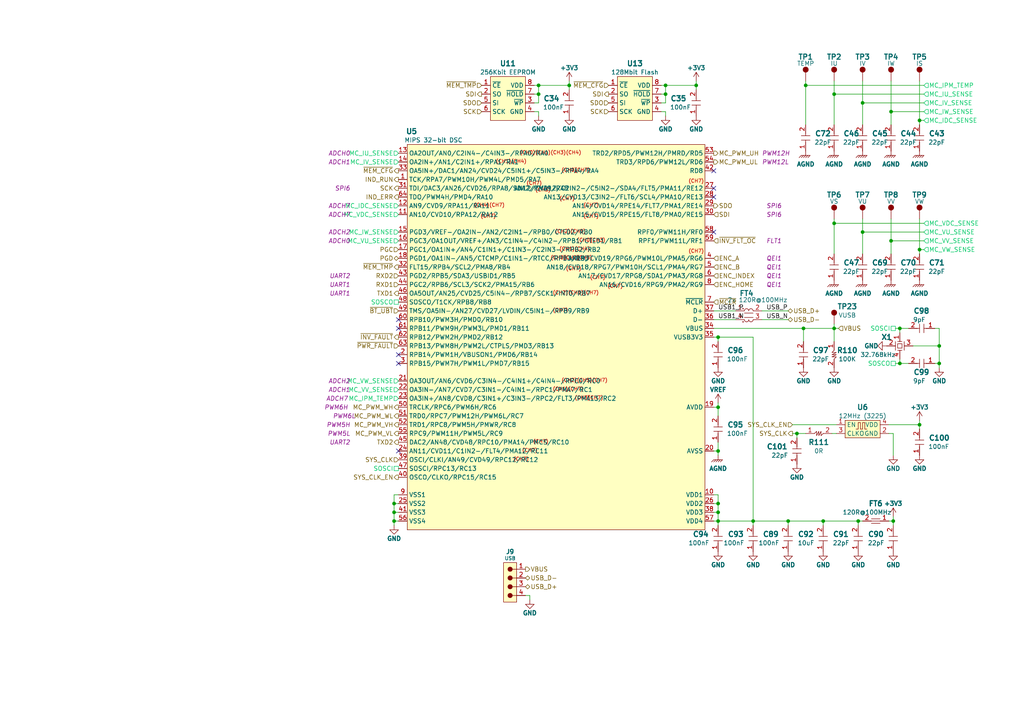
<source format=kicad_sch>
(kicad_sch (version 20231120) (generator "eeschema") (generator_version "8.0")
  (paper "A4")
  (title_block (title "INVERTER BOARD") (date "2024-09-24") (rev "1.0") (company "TON DUC THANG UNIVERSITY") (comment 1 "Schematic Designed by ...") (comment 2 "PCB Designed by ...") (comment 3 "Approved by ..."))
  (junction (at 241.935 95.25))
  (junction (at 250.19 29.845))
  (junction (at 193.04 27.305))
  (junction (at 258.445 69.85))
  (junction (at 208.28 97.79))
  (junction (at 241.935 64.77))
  (junction (at 250.19 67.31))
  (junction (at 233.045 95.25))
  (junction (at 260.985 105.41))
  (junction (at 156.21 24.765))
  (junction (at 218.44 151.13))
  (junction (at 114.3 151.13))
  (junction (at 272.415 105.41))
  (junction (at 165.1 24.765))
  (junction (at 231.14 125.73))
  (junction (at 114.3 146.05))
  (junction (at 241.935 27.305))
  (junction (at 266.7 123.19))
  (junction (at 156.21 27.305))
  (junction (at 193.04 24.765))
  (junction (at 260.985 95.25))
  (junction (at 208.28 130.81))
  (junction (at 233.68 24.765))
  (junction (at 114.3 148.59))
  (junction (at 201.93 24.765))
  (junction (at 266.7 34.925))
  (junction (at 259.08 151.13))
  (junction (at 208.28 118.11))
  (junction (at 248.92 151.13))
  (junction (at 272.415 100.33))
  (junction (at 238.76 151.13))
  (junction (at 258.445 32.385))
  (junction (at 208.28 151.13))
  (junction (at 208.28 146.05))
  (junction (at 208.28 148.59))
  (junction (at 228.6 151.13))
  (junction (at 266.7 72.39))
  (no_connect (at 207.01 54.61))
  (no_connect (at 207.01 49.53))
  (no_connect (at 115.57 130.81))
  (no_connect (at 207.01 67.31))
  (no_connect (at 115.57 105.41))
  (no_connect (at 115.57 95.25))
  (no_connect (at 207.01 57.15))
  (no_connect (at 115.57 92.71))
  (no_connect (at 115.57 102.87))
  (wire (pts (xy 193.04 29.845) (xy 193.04 27.305)))
  (wire (pts (xy 248.92 151.13) (xy 248.92 152.4)))
  (wire (pts (xy 191.77 29.845) (xy 193.04 29.845)))
  (wire (pts (xy 208.28 97.79) (xy 207.01 97.79)))
  (wire (pts (xy 260.985 96.52) (xy 260.985 95.25)))
  (wire (pts (xy 201.93 23.495) (xy 201.93 24.765)))
  (wire (pts (xy 248.92 151.13) (xy 238.76 151.13)))
  (wire (pts (xy 233.68 24.765) (xy 233.68 36.195)))
  (wire (pts (xy 114.3 146.05) (xy 115.57 146.05)))
  (wire (pts (xy 208.28 130.81) (xy 208.28 132.08)))
  (wire (pts (xy 208.28 143.51) (xy 208.28 146.05)))
  (wire (pts (xy 267.97 64.77) (xy 241.935 64.77)))
  (wire (pts (xy 258.445 63.5) (xy 258.445 69.85)))
  (wire (pts (xy 220.98 92.71) (xy 228.6 92.71)))
  (wire (pts (xy 233.045 95.25) (xy 233.045 99.06)))
  (wire (pts (xy 267.97 24.765) (xy 233.68 24.765)))
  (wire (pts (xy 267.97 32.385) (xy 258.445 32.385)))
  (wire (pts (xy 231.14 127) (xy 231.14 125.73)))
  (wire (pts (xy 165.1 24.765) (xy 165.1 26.035)))
  (wire (pts (xy 229.87 123.19) (xy 242.57 123.19)))
  (wire (pts (xy 207.01 143.51) (xy 208.28 143.51)))
  (wire (pts (xy 257.81 123.19) (xy 266.7 123.19)))
  (wire (pts (xy 266.7 121.92) (xy 266.7 123.19)))
  (wire (pts (xy 218.44 97.79) (xy 218.44 151.13)))
  (wire (pts (xy 156.21 24.765) (xy 165.1 24.765)))
  (wire (pts (xy 114.3 148.59) (xy 115.57 148.59)))
  (wire (pts (xy 266.7 23.495) (xy 266.7 34.925)))
  (wire (pts (xy 193.04 24.765) (xy 201.93 24.765)))
  (wire (pts (xy 241.935 64.77) (xy 241.935 73.66)))
  (wire (pts (xy 260.985 105.41) (xy 260.985 104.14)))
  (wire (pts (xy 272.415 95.25) (xy 272.415 100.33)))
  (wire (pts (xy 259.715 95.25) (xy 260.985 95.25)))
  (wire (pts (xy 266.7 63.5) (xy 266.7 72.39)))
  (wire (pts (xy 208.28 116.84) (xy 208.28 118.11)))
  (wire (pts (xy 231.14 125.73) (xy 233.68 125.73)))
  (wire (pts (xy 250.19 151.13) (xy 248.92 151.13)))
  (wire (pts (xy 272.415 100.33) (xy 272.415 105.41)))
  (wire (pts (xy 271.145 105.41) (xy 272.415 105.41)))
  (wire (pts (xy 201.93 24.765) (xy 201.93 26.035)))
  (wire (pts (xy 193.04 32.385) (xy 193.04 33.655)))
  (wire (pts (xy 250.19 63.5) (xy 250.19 67.31)))
  (wire (pts (xy 154.94 29.845) (xy 156.21 29.845)))
  (wire (pts (xy 208.28 151.13) (xy 208.28 152.4)))
  (wire (pts (xy 208.28 146.05) (xy 208.28 148.59)))
  (wire (pts (xy 241.935 95.25) (xy 243.205 95.25)))
  (wire (pts (xy 259.08 125.73) (xy 257.81 125.73)))
  (wire (pts (xy 114.3 146.05) (xy 114.3 143.51)))
  (wire (pts (xy 152.4 172.72) (xy 153.67 172.72)))
  (wire (pts (xy 114.3 151.13) (xy 114.3 152.4)))
  (wire (pts (xy 267.97 27.305) (xy 241.935 27.305)))
  (wire (pts (xy 267.97 69.85) (xy 258.445 69.85)))
  (wire (pts (xy 208.28 97.79) (xy 218.44 97.79)))
  (wire (pts (xy 114.3 151.13) (xy 114.3 148.59)))
  (wire (pts (xy 271.145 95.25) (xy 272.415 95.25)))
  (wire (pts (xy 264.795 100.33) (xy 272.415 100.33)))
  (wire (pts (xy 241.3 125.73) (xy 242.57 125.73)))
  (wire (pts (xy 156.21 32.385) (xy 156.21 33.655)))
  (wire (pts (xy 260.985 105.41) (xy 263.525 105.41)))
  (wire (pts (xy 208.28 99.06) (xy 208.28 97.79)))
  (wire (pts (xy 114.3 148.59) (xy 114.3 146.05)))
  (wire (pts (xy 191.77 32.385) (xy 193.04 32.385)))
  (wire (pts (xy 233.68 23.495) (xy 233.68 24.765)))
  (wire (pts (xy 208.28 148.59) (xy 208.28 151.13)))
  (wire (pts (xy 258.445 69.85) (xy 258.445 73.66)))
  (wire (pts (xy 266.7 123.19) (xy 266.7 124.46)))
  (wire (pts (xy 272.415 105.41) (xy 272.415 106.68)))
  (wire (pts (xy 208.28 128.27) (xy 208.28 130.81)))
  (wire (pts (xy 241.935 23.495) (xy 241.935 27.305)))
  (wire (pts (xy 241.935 93.98) (xy 241.935 95.25)))
  (wire (pts (xy 250.19 67.31) (xy 250.19 73.66)))
  (wire (pts (xy 213.36 90.17) (xy 207.01 90.17)))
  (wire (pts (xy 228.6 151.13) (xy 238.76 151.13)))
  (wire (pts (xy 259.08 151.13) (xy 257.81 151.13)))
  (wire (pts (xy 156.21 27.305) (xy 156.21 24.765)))
  (wire (pts (xy 208.28 118.11) (xy 207.01 118.11)))
  (wire (pts (xy 114.3 143.51) (xy 115.57 143.51)))
  (wire (pts (xy 193.04 27.305) (xy 193.04 24.765)))
  (wire (pts (xy 208.28 130.81) (xy 207.01 130.81)))
  (wire (pts (xy 165.1 23.495) (xy 165.1 24.765)))
  (wire (pts (xy 258.445 32.385) (xy 258.445 36.195)))
  (wire (pts (xy 207.01 148.59) (xy 208.28 148.59)))
  (wire (pts (xy 241.935 95.25) (xy 241.935 99.06)))
  (wire (pts (xy 259.08 132.08) (xy 259.08 125.73)))
  (wire (pts (xy 207.01 151.13) (xy 208.28 151.13)))
  (wire (pts (xy 154.94 32.385) (xy 156.21 32.385)))
  (wire (pts (xy 218.44 151.13) (xy 218.44 152.4)))
  (wire (pts (xy 218.44 151.13) (xy 228.6 151.13)))
  (wire (pts (xy 238.76 152.4) (xy 238.76 151.13)))
  (wire (pts (xy 191.77 27.305) (xy 193.04 27.305)))
  (wire (pts (xy 250.19 29.845) (xy 250.19 36.195)))
  (wire (pts (xy 258.445 23.495) (xy 258.445 32.385)))
  (wire (pts (xy 207.01 146.05) (xy 208.28 146.05)))
  (wire (pts (xy 207.01 95.25) (xy 233.045 95.25)))
  (wire (pts (xy 266.7 34.925) (xy 266.7 36.195)))
  (wire (pts (xy 220.98 90.17) (xy 228.6 90.17)))
  (wire (pts (xy 208.28 151.13) (xy 218.44 151.13)))
  (wire (pts (xy 241.935 63.5) (xy 241.935 64.77)))
  (wire (pts (xy 154.94 27.305) (xy 156.21 27.305)))
  (wire (pts (xy 250.19 23.495) (xy 250.19 29.845)))
  (wire (pts (xy 259.715 105.41) (xy 260.985 105.41)))
  (wire (pts (xy 260.985 95.25) (xy 263.525 95.25)))
  (wire (pts (xy 266.7 72.39) (xy 266.7 73.66)))
  (wire (pts (xy 267.97 29.845) (xy 250.19 29.845)))
  (wire (pts (xy 153.67 172.72) (xy 153.67 173.99)))
  (wire (pts (xy 267.97 72.39) (xy 266.7 72.39)))
  (wire (pts (xy 228.6 151.13) (xy 228.6 152.4)))
  (wire (pts (xy 115.57 151.13) (xy 114.3 151.13)))
  (wire (pts (xy 241.935 95.25) (xy 233.045 95.25)))
  (wire (pts (xy 259.08 149.86) (xy 259.08 151.13)))
  (wire (pts (xy 259.08 151.13) (xy 259.08 152.4)))
  (wire (pts (xy 241.935 27.305) (xy 241.935 36.195)))
  (wire (pts (xy 156.21 24.765) (xy 154.94 24.765)))
  (wire (pts (xy 208.28 120.65) (xy 208.28 118.11)))
  (wire (pts (xy 229.87 125.73) (xy 231.14 125.73)))
  (wire (pts (xy 267.97 67.31) (xy 250.19 67.31)))
  (wire (pts (xy 156.21 29.845) (xy 156.21 27.305)))
  (wire (pts (xy 213.36 92.71) (xy 207.01 92.71)))
  (wire (pts (xy 267.97 34.925) (xy 266.7 34.925)))
  (wire (pts (xy 193.04 24.765) (xy 191.77 24.765)))
  (text "(CH0)" (at 165.1 49.53 0) (effects (font (size 1.016 1.016))))
  (text "(CH7)" (at 162.56 90.17 0) (effects (font (size 1.016 1.016))))
  (text "(CH0)" (at 153.035 44.45 0) (effects (font (size 1.016 1.016))))
  (text "(CH5)" (at 169.545 110.49 0) (effects (font (size 1.016 1.016))))
  (text "(CH7)" (at 171.45 59.69 0) (effects (font (size 1.016 1.016))))
  (text "(CH5)" (at 167.005 85.09 0) (effects (font (size 1.016 1.016))))
  (text "(CH0)" (at 161.925 74.93 0) (effects (font (size 1.016 1.016))))
  (text "(CH2)" (at 165.735 74.93 0) (effects (font (size 1.016 1.016))))
  (text "(CH7)" (at 167.005 113.03 0) (effects (font (size 1.016 1.016))))
  (text "(CH7)" (at 166.37 78.105 0) (effects (font (size 1.016 1.016))))
  (text "(CH7)" (at 154.94 53.34 0) (effects (font (size 1.016 1.016))))
  (text "(CH7)" (at 171.45 62.865 0) (effects (font (size 1.016 1.016))))
  (text "(CH7)" (at 151.13 133.35 0) (effects (font (size 1.016 1.016))))
  (text "(CH0)" (at 169.545 69.85 0) (effects (font (size 1.016 1.016))))
  (text "(CH7)" (at 164.465 57.785 0) (effects (font (size 1.016 1.016))))
  (text "(CH4)" (at 168.91 72.39 0) (effects (font (size 1.016 1.016))))
  (text "(CH1)" (at 164.465 72.39 0) (effects (font (size 1.016 1.016))))
  (text "(CH7)" (at 153.67 130.81 0) (effects (font (size 1.016 1.016))))
  (text "(CH7)" (at 141.605 62.865 0) (effects (font (size 1.016 1.016))))
  (text "(CH3)" (at 161.925 44.45 0) (effects (font (size 1.016 1.016))))
  (text "(CH7)" (at 144.145 59.69 0) (effects (font (size 1.016 1.016))))
  (text "(CH7)" (at 201.93 52.705 0) (effects (font (size 1.016 1.016))))
  (text "(CH1)" (at 157.48 44.45 0) (effects (font (size 1.016 1.016))))
  (text "(CH7)" (at 173.99 110.49 0) (effects (font (size 1.016 1.016))))
  (text "(CH7)" (at 168.91 49.53 0) (effects (font (size 1.016 1.016))))
  (text "(CH3)" (at 168.91 115.57 0) (effects (font (size 1.016 1.016))))
  (text "(CH1)" (at 146.05 46.99 0) (effects (font (size 1.016 1.016))))
  (text "(CH7)" (at 201.93 73.025 0) (effects (font (size 1.016 1.016))))
  (text "(CH2)" (at 165.1 110.49 0) (effects (font (size 1.016 1.016))))
  (text "(CH5)" (at 167.64 67.31 0) (effects (font (size 1.016 1.016))))
  (text "(CH4)" (at 166.37 44.45 0) (effects (font (size 1.016 1.016))))
  (text "(CH3)" (at 157.48 55.245 0) (effects (font (size 1.016 1.016))))
  (text "(CH7)" (at 173.355 80.645 0) (effects (font (size 1.016 1.016))))
  (text "(CH1)" (at 162.56 113.03 0) (effects (font (size 1.016 1.016))))
  (text "(CH2)" (at 162.56 85.09 0) (effects (font (size 1.016 1.016))))
  (text "(CH4)" (at 139.7 59.69 0) (effects (font (size 1.016 1.016))))
  (text "(CH7)" (at 156.845 128.27 0) (effects (font (size 1.016 1.016))))
  (text "(CH3)" (at 173.355 69.85 0) (effects (font (size 1.016 1.016))))
  (text "(CH4)" (at 150.495 46.99 0) (effects (font (size 1.016 1.016))))
  (text "(CH7)" (at 171.45 85.09 0) (effects (font (size 1.016 1.016))))
  (text "(CH2)" (at 163.195 67.31 0) (effects (font (size 1.016 1.016))))
  (text "(CH5)" (at 169.545 74.93 0) (effects (font (size 1.016 1.016))))
  (text "(CH7)" (at 172.72 115.57 0) (effects (font (size 1.016 1.016))))
  (text "(CH7)" (at 178.435 83.185 0) (effects (font (size 1.016 1.016))))
  (label "USB_P" (at 222.25 90.17 0))
  (label "USB1_N" (at 208.28 92.71 0))
  (label "USB_N" (at 222.25 92.71 0))
  (label "USB1_P" (at 208.28 90.17 0))
  (hierarchical_label "MC_VV_SENSE" (shape input) (at 267.97 69.85 0))
  (hierarchical_label "VBUS" (shape output) (at 152.4 165.1 0))
  (hierarchical_label "MC_PWM_VH" (shape output) (at 115.57 123.19 180) (property "Netclass" "PWM5H" (at 101.6 123.19 0) (effects (font (italic yes)) (justify right))))
  (hierarchical_label "SCK" (shape input) (at 176.53 32.385 180))
  (hierarchical_label "SOSCO" (shape passive) (at 259.715 105.41 180))
  (hierarchical_label "SYS_CLK_EN" (shape input) (at 229.87 123.19 180))
  (hierarchical_label "MC_IU_SENSE" (shape input) (at 115.57 44.45 180) (property "Netclass" "ADCH0" (at 101.6 44.45 0) (effects (font (italic yes)) (justify right))))
  (hierarchical_label "SYS_CLK_EN" (shape output) (at 115.57 138.43 180))
  (hierarchical_label "RXD1" (shape input) (at 115.57 82.55 180) (property "Netclass" "UART1" (at 101.6 82.55 0) (effects (font (italic yes)) (justify right))))
  (hierarchical_label "SDI" (shape output) (at 176.53 27.305 180))
  (hierarchical_label "VBUS" (shape input) (at 243.205 95.25 0))
  (hierarchical_label "MC_VU_SENSE" (shape input) (at 115.57 69.85 180) (property "Netclass" "ADCH0" (at 101.6 69.85 0) (effects (font (italic yes)) (justify right))))
  (hierarchical_label "MC_IW_SENSE" (shape input) (at 115.57 67.31 180) (property "Netclass" "ADCH2" (at 101.6 67.31 0) (effects (font (italic yes)) (justify right))))
  (hierarchical_label "~{MEM_CFG}" (shape output) (at 115.57 49.53 180))
  (hierarchical_label "ENC_B" (shape input) (at 207.01 77.47 0) (property "Netclass" "QEI1" (at 222.25 77.47 0) (effects (font (italic yes)) (justify left))))
  (hierarchical_label "MC_PWM_VL" (shape output) (at 115.57 125.73 180) (property "Netclass" "PWM5L" (at 101.6 125.73 0) (effects (font (italic yes)) (justify right))))
  (hierarchical_label "MC_VW_SENSE" (shape input) (at 267.97 72.39 0))
  (hierarchical_label "MC_IPM_TEMP" (shape input) (at 115.57 115.57 180) (property "Netclass" "ADCH7" (at 100.965 115.57 0) (effects (font (italic yes)) (justify right))))
  (hierarchical_label "USB_D+" (shape bidirectional) (at 152.4 170.18 0))
  (hierarchical_label "SYS_CLK" (shape output) (at 229.87 125.73 180))
  (hierarchical_label "SDO" (shape input) (at 176.53 29.845 180))
  (hierarchical_label "MC_VW_SENSE" (shape input) (at 115.57 110.49 180) (property "Netclass" "ADCH2" (at 101.6 110.49 0) (effects (font (italic yes)) (justify right))))
  (hierarchical_label "MC_VU_SENSE" (shape input) (at 267.97 67.31 0))
  (hierarchical_label "MC_IU_SENSE" (shape input) (at 267.97 27.305 0))
  (hierarchical_label "PGD" (shape bidirectional) (at 115.57 74.93 180))
  (hierarchical_label "USB_D+" (shape bidirectional) (at 228.6 90.17 0))
  (hierarchical_label "~{INV_FLT_OC}" (shape input) (at 207.01 69.85 0) (property "Netclass" "FLT1" (at 222.25 69.85 0) (effects (font (italic yes)) (justify left))))
  (hierarchical_label "MC_IW_SENSE" (shape input) (at 267.97 32.385 0))
  (hierarchical_label "MC_PWM_WH" (shape output) (at 115.57 118.11 180) (property "Netclass" "PWM6H" (at 100.965 118.11 0) (effects (font (italic yes)) (justify right))))
  (hierarchical_label "MC_PWM_WL" (shape output) (at 115.57 120.65 180) (property "Netclass" "PWM6L" (at 96.52 120.65 0) (effects (font (italic yes)) (justify left))))
  (hierarchical_label "SOSCI" (shape passive) (at 259.715 95.25 180))
  (hierarchical_label "MC_IPM_TEMP" (shape input) (at 267.97 24.765 0))
  (hierarchical_label "IND_RUN" (shape output) (at 115.57 52.07 180))
  (hierarchical_label "MC_IV_SENSE" (shape input) (at 267.97 29.845 0))
  (hierarchical_label "RXD2" (shape input) (at 115.57 80.01 180) (property "Netclass" "UART2" (at 101.6 80.01 0) (effects (font (italic yes)) (justify right))))
  (hierarchical_label "SDI" (shape output) (at 139.7 27.305 180))
  (hierarchical_label "PGC" (shape input) (at 115.57 72.39 180))
  (hierarchical_label "MC_IDC_SENSE" (shape input) (at 267.97 34.925 0))
  (hierarchical_label "ENC_A" (shape input) (at 207.01 74.93 0) (property "Netclass" "QEI1" (at 222.25 74.93 0) (effects (font (italic yes)) (justify left))))
  (hierarchical_label "MC_VV_SENSE" (shape input) (at 115.57 113.03 180) (property "Netclass" "ADCH1" (at 101.6 113.03 0) (effects (font (italic yes)) (justify right))))
  (hierarchical_label "SDO" (shape output) (at 207.01 59.69 0) (property "Netclass" "SPI6" (at 222.25 59.69 0) (effects (font (italic yes)) (justify left))))
  (hierarchical_label "~{MEM_TMP}" (shape input) (at 139.7 24.765 180))
  (hierarchical_label "SDO" (shape input) (at 139.7 29.845 180))
  (hierarchical_label "MC_VDC_SENSE" (shape input) (at 115.57 62.23 180) (property "Netclass" "ADCH7" (at 101.6 62.23 0) (effects (font (italic yes)) (justify right))))
  (hierarchical_label "SDI" (shape input) (at 207.01 62.23 0) (property "Netclass" "SPI6" (at 222.25 62.23 0) (effects (font (italic yes)) (justify left))))
  (hierarchical_label "SOSCO" (shape passive) (at 115.57 87.63 180))
  (hierarchical_label "TXD2" (shape output) (at 115.57 128.27 180) (property "Netclass" "UART2" (at 101.6 128.27 0) (effects (font (italic yes)) (justify right))))
  (hierarchical_label "~{MEM_CFG}" (shape input) (at 176.53 24.765 180))
  (hierarchical_label "ENC_INDEX" (shape input) (at 207.01 80.01 0) (property "Netclass" "QEI1" (at 222.25 80.01 0) (effects (font (italic yes)) (justify left))))
  (hierarchical_label "IND_ERR" (shape output) (at 115.57 57.15 180))
  (hierarchical_label "SOSCI" (shape passive) (at 115.57 135.89 180))
  (hierarchical_label "~{MCLR}" (shape input) (at 207.01 87.63 0))
  (hierarchical_label "USB_D-" (shape bidirectional) (at 152.4 167.64 0))
  (hierarchical_label "USB_D-" (shape bidirectional) (at 228.6 92.71 0))
  (hierarchical_label "TXD1" (shape output) (at 115.57 85.09 180) (property "Netclass" "UART1" (at 101.6 85.09 0) (effects (font (italic yes)) (justify right))))
  (hierarchical_label "~{BT_UBT}" (shape input) (at 115.57 90.17 180))
  (hierarchical_label "SYS_CLK" (shape input) (at 115.57 133.35 180))
  (hierarchical_label "~{MEM_TMP}" (shape output) (at 115.57 77.47 180))
  (hierarchical_label "MC_PWM_UH" (shape output) (at 207.01 44.45 0) (property "Netclass" "PWM12H" (at 220.98 44.45 0) (effects (font (italic yes)) (justify left))))
  (hierarchical_label "MC_PWM_UL" (shape output) (at 207.01 46.99 0) (property "Netclass" "PWM12L" (at 220.98 46.99 0) (effects (font (italic yes)) (justify left))))
  (hierarchical_label "MC_VDC_SENSE" (shape input) (at 267.97 64.77 0))
  (hierarchical_label "MC_IV_SENSE" (shape input) (at 115.57 46.99 180) (property "Netclass" "ADCH1" (at 101.6 46.99 0) (effects (font (italic yes)) (justify right))))
  (hierarchical_label "~{PWR_FAULT}" (shape input) (at 115.57 100.33 180))
  (hierarchical_label "SCK" (shape output) (at 115.57 54.61 180) (property "Netclass" "SPI6" (at 101.6 54.61 0) (effects (font (italic yes)) (justify right))))
  (hierarchical_label "MC_IDC_SENSE" (shape input) (at 115.57 59.69 180) (property "Netclass" "ADCH7" (at 101.6 59.69 0) (effects (font (italic yes)) (justify right))))
  (hierarchical_label "ENC_HOME" (shape input) (at 207.01 82.55 0) (property "Netclass" "QEI1" (at 222.25 82.55 0) (effects (font (italic yes)) (justify left))))
  (hierarchical_label "SCK" (shape input) (at 139.7 32.385 180))
  (hierarchical_label "~{INV_FAULT}" (shape output) (at 115.57 97.79 180))
  (symbol (lib_id "SAMPI:AGND") (at 233.68 43.815 0) (unit 1)
    (property "Reference" "#PWR0184" (effects (hide yes)))
    (property "Value" "AGND" (at 233.68 47.625 0) (effects (font (bold yes))))
  )
  (symbol (lib_id "power:GND") (at 257.175 100.33 270) (mirror x) (unit 1)
    (property "Reference" "#PWR0176" (effects (hide yes)))
    (property "Value" "GND" (at 252.73 100.33 90) (effects (font (bold yes))))
  )
  (symbol (lib_id "SAMPI:OSC") (at 255.27 118.11 0) (mirror y) (unit 1)
    (property "Reference" "U6" (at 250.19 118.11 0) (effects (font (size 1.5 1.5) (bold yes))))
    (property "Value" "12MHz (3225)" (at 250.19 120.65 0))
    (property "Footprint" "SAMPI:CDFN3225-4LD-PL-1" (effects (hide yes)))
    (property "Description" "MEMS OSC XO 12.0000MHZ CMOS SMD" (effects (hide yes)))
    (property "MNP" "DSC1001CE1-012.0000" (effects (hide yes)))
    (property "Unit Price" "1.15" (effects (hide yes)))
    (property "MFT" "Microchip" (effects (hide yes)))
    (property "Checked" "OK" (effects (hide yes)))
  )
  (symbol (lib_id "SAMPI:CERCAP") (at 210.82 104.14 270) (mirror x) (unit 1)
    (property "Reference" "C96" (at 210.82 101.5999 90) (effects (font (size 1.5 1.5) (bold yes)) (justify left)))
    (property "Value" "100nF" (at 210.82 104.1399 90) (effects (justify left)))
    (property "Footprint" "SAMPI:CAP0603" (effects (hide yes)))
    (property "Description" "CAP CER 0.1UF 50V X7R 0603" (effects (hide yes)))
    (property "MNP" "CL10B104KB8NNNC" (effects (hide yes)))
    (property "Unit Price" "0.0146" (effects (hide yes)))
    (property "MFT" "Samsung" (effects (hide yes)))
    (property "Checked" "OK" (effects (hide yes)))
  )
  (symbol (lib_id "power:GND") (at 266.7 132.08 0) (unit 1)
    (property "Reference" "#PWR0177" (effects (hide yes)))
    (property "Value" "GND" (at 266.7 135.89 0) (effects (font (bold yes))))
  )
  (symbol (lib_id "SAMPI:RES") (at 239.395 101.6 90) (mirror x) (unit 1)
    (property "Reference" "R110" (at 245.745 101.6 90) (effects (font (size 1.5 1.5) (bold yes))))
    (property "Value" "100K" (at 245.745 104.14 90))
    (property "Footprint" "SAMPI:RES0603" (effects (hide yes)))
    (property "Description" "RES 100K OHM 1% 1/10W 0603" (effects (hide yes)))
    (property "Unit Price" "0.019" (effects (hide yes)))
    (property "MNP" "RC0603FR-07100KL" (effects (hide yes)))
    (property "MFT" "YAGEO" (effects (hide yes)))
    (property "Checked" "OK" (effects (hide yes)))
  )
  (symbol (lib_id "SAMPI:CERCAP") (at 204.47 31.115 270) (mirror x) (unit 1)
    (property "Reference" "C35" (at 194.31 28.575 90) (effects (font (size 1.5 1.5) (bold yes)) (justify left)))
    (property "Value" "100nF" (at 194.31 31.115 90) (effects (justify left)))
    (property "Footprint" "SAMPI:CAP0603" (effects (hide yes)))
    (property "Description" "CAP CER 0.1UF 50V X7R 0603" (effects (hide yes)))
    (property "MFT" "Samsung" (effects (hide yes)))
    (property "Unit Price" "0.0146" (effects (hide yes)))
    (property "MNP" "CL10B104KB8NNNC" (effects (hide yes)))
    (property "Checked" "OK" (effects (hide yes)))
  )
  (symbol (lib_id "SAMPI:CERCAP") (at 264.16 41.275 90) (unit 1)
    (property "Reference" "C43" (at 269.24 38.7349 90) (effects (font (size 1.5 1.5) (bold yes)) (justify right)))
    (property "Value" "22pF" (at 269.24 41.2749 90) (effects (justify right)))
    (property "Footprint" "SAMPI:CAP0603" (effects (hide yes)))
    (property "Description" "CAP CER 22PF 50V C0G/NP0 0603" (effects (hide yes)))
    (property "MNP" "0603N220J500CT" (effects (hide yes)))
    (property "Unit Price" "0.012" (effects (hide yes)))
    (property "MFT" "Walsin" (effects (hide yes)))
    (property "Checked" "OK" (effects (hide yes)))
  )
  (symbol (lib_id "SAMPI:VREF") (at 208.28 116.84 0) (unit 1)
    (property "Reference" "#PWR0167" (effects (hide yes)))
    (property "Value" "VREF" (at 208.28 113.03 0) (effects (font (bold yes))))
  )
  (symbol (lib_id "SAMPI:RES") (at 236.22 123.19 0) (unit 1)
    (property "Reference" "R111" (at 237.49 128.27 0) (effects (font (size 1.5 1.5) (bold yes))))
    (property "Value" "0R" (at 237.49 130.81 0))
    (property "Footprint" "SAMPI:RES0603" (effects (hide yes)))
    (property "Description" "RES 0 OHM JUMPER 1/10W 0603" (effects (hide yes)))
    (property "Unit Price" "0.015" (effects (hide yes)))
    (property "MNP" "RC0603JR-070RL" (effects (hide yes)))
    (property "MFT" "YAGEO" (effects (hide yes)))
    (property "Checked" "OK" (effects (hide yes)))
  )
  (symbol (lib_id "SAMPI:SIL04-1") (at 147.955 162.56 0) (mirror y) (unit 1)
    (property "Reference" "J9" (at 147.955 160.02 0) (effects (font (bold yes))))
    (property "Value" "USB" (at 147.955 161.925 0) (effects (font (size 1.016 1.016))))
    (property "Footprint" "SAMPI:HDM-1x4x1.25-TH" (effects (hide yes)))
    (property "Description" "CONN HEADER VERT 4POS 1.25MM" (effects (hide yes)))
    (property "MNP" "M30-6100446" (effects (hide yes)))
    (property "MFT" "Harwin Inc." (effects (hide yes)))
  )
  (symbol (lib_id "SAMPI:SPI_MEM") (at 142.24 22.225 0) (unit 1)
    (property "Reference" "U11" (at 147.32 18.415 0) (effects (font (size 1.5 1.5) (bold yes))))
    (property "Value" "256Kbit EEPROM" (at 147.32 20.955 0))
    (property "Footprint" "SAMPI:SOIC8_3.9_MCHP" (effects (hide yes)))
    (property "Description" "IC EEPROM 256KBIT SPI 8SOIC" (effects (hide yes)))
    (property "MNP" "M95256-WMN6P" (effects (hide yes)))
    (property "MFT" "ST" (effects (hide yes)))
    (property "Unit Price" "0.71" (effects (hide yes)))
    (property "Comment" "EEPROM" (effects (hide yes)))
    (property "Checked" "OK" (effects (hide yes)))
  )
  (symbol (lib_id "SAMPI:TESTPOINT") (at 266.7 20.955 0) (unit 1) (in_bom no)
    (property "Reference" "TP5" (at 266.7 16.51 0) (effects (font (size 1.5 1.5) (bold yes))))
    (property "Value" "IS" (at 266.7 18.415 0))
    (property "Footprint" "SAMPI:TP1MM" (effects (hide yes)))
  )
  (symbol (lib_id "SAMPI:CERCAP") (at 268.605 107.95 180) (unit 1)
    (property "Reference" "C99" (at 264.795 107.95 0) (effects (font (size 1.5 1.5) (bold yes)) (justify right)))
    (property "Value" "9pF" (at 264.795 110.49 0) (effects (justify right)))
    (property "Footprint" "SAMPI:CAP0603" (effects (hide yes)))
    (property "Description" "CAP CER 9PF 50V C0G/NPO 0603" (effects (hide yes)))
    (property "Unit Price" "0.074" (effects (hide yes)))
    (property "MNP" "CC0603BRNPO9BN9R0" (effects (hide yes)))
    (property "MFT" "YAGEO" (effects (hide yes)))
    (property "Checked" "OK" (effects (hide yes)))
  )
  (symbol (lib_id "SAMPI:CERCAP") (at 264.16 78.74 90) (unit 1)
    (property "Reference" "C71" (at 269.24 76.1999 90) (effects (font (size 1.5 1.5) (bold yes)) (justify right)))
    (property "Value" "22pF" (at 269.24 78.7399 90) (effects (justify right)))
    (property "Footprint" "SAMPI:CAP0603" (effects (hide yes)))
    (property "Description" "CAP CER 22PF 50V C0G/NP0 0603" (effects (hide yes)))
    (property "MNP" "0603N220J500CT" (effects (hide yes)))
    (property "Unit Price" "0.012" (effects (hide yes)))
    (property "MFT" "Walsin" (effects (hide yes)))
    (property "Checked" "OK" (effects (hide yes)))
  )
  (symbol (lib_id "power:GND") (at 259.08 132.08 0) (unit 1)
    (property "Reference" "#PWR0178" (effects (hide yes)))
    (property "Value" "GND" (at 259.08 135.89 0) (effects (font (bold yes))))
  )
  (symbol (lib_id "power:GND") (at 233.045 106.68 0) (unit 1)
    (property "Reference" "#PWR0173" (effects (hide yes)))
    (property "Value" "GND" (at 233.045 110.49 0) (effects (font (bold yes))))
  )
  (symbol (lib_id "power:GND") (at 241.935 106.68 0) (unit 1)
    (property "Reference" "#PWR0174" (effects (hide yes)))
    (property "Value" "GND" (at 241.935 110.49 0) (effects (font (bold yes))))
  )
  (symbol (lib_id "power:GND") (at 156.21 33.655 0) (unit 1)
    (property "Reference" "#PWR0150" (effects (hide yes)))
    (property "Value" "GND" (at 156.21 37.465 0) (effects (font (bold yes))))
  )
  (symbol (lib_id "power:+3V3") (at 259.08 149.86 0) (mirror y) (unit 1)
    (property "Reference" "#PWR0163" (effects (hide yes)))
    (property "Value" "+3V3" (at 259.08 146.05 0) (effects (font (bold yes))))
  )
  (symbol (lib_id "SAMPI:AGND") (at 250.19 81.28 0) (unit 1)
    (property "Reference" "#PWR0158" (effects (hide yes)))
    (property "Value" "AGND" (at 250.19 85.09 0) (effects (font (bold yes))))
  )
  (symbol (lib_id "power:GND") (at 165.1 33.655 0) (unit 1)
    (property "Reference" "#PWR0151" (effects (hide yes)))
    (property "Value" "GND" (at 165.1 37.465 0) (effects (font (bold yes))))
  )
  (symbol (lib_id "power:GND") (at 208.28 160.02 0) (mirror y) (unit 1)
    (property "Reference" "#PWR0170" (effects (hide yes)))
    (property "Value" "GND" (at 208.28 163.83 0) (effects (font (bold yes))))
  )
  (symbol (lib_id "power:GND") (at 153.67 173.99 0) (mirror y) (unit 1)
    (property "Reference" "#PWR0221" (effects (hide yes)))
    (property "Value" "GND" (at 153.67 177.8 0) (effects (font (bold yes))))
  )
  (symbol (lib_id "SAMPI:TESTPOINT") (at 258.445 60.96 0) (unit 1) (in_bom no)
    (property "Reference" "TP8" (at 258.445 56.515 0) (effects (font (size 1.5 1.5) (bold yes))))
    (property "Value" "VV" (at 258.445 58.42 0))
    (property "Footprint" "SAMPI:TP1MM" (effects (hide yes)))
  )
  (symbol (lib_id "power:GND") (at 114.3 152.4 0) (unit 1)
    (property "Reference" "#PWR0147" (effects (hide yes)))
    (property "Value" "GND" (at 114.3 156.21 0) (effects (font (bold yes))))
  )
  (symbol (lib_id "power:GND") (at 231.14 134.62 0) (mirror y) (unit 1)
    (property "Reference" "#PWR0180" (effects (hide yes)))
    (property "Value" "GND" (at 231.14 138.43 0) (effects (font (bold yes))))
  )
  (symbol (lib_id "SAMPI:CERCAP") (at 215.9 157.48 90) (unit 1)
    (property "Reference" "C93" (at 215.9 154.9399 90) (effects (font (size 1.5 1.5) (bold yes)) (justify left)))
    (property "Value" "100nF" (at 215.9 157.4799 90) (effects (justify left)))
    (property "Footprint" "SAMPI:CAP0603" (effects (hide yes)))
    (property "Description" "CAP CER 0.1UF 50V X7R 0603" (effects (hide yes)))
    (property "MNP" "CL10B104KB8NNNC" (effects (hide yes)))
    (property "Unit Price" "0.0146" (effects (hide yes)))
    (property "MFT" "Samsung" (effects (hide yes)))
    (property "Checked" "OK" (effects (hide yes)))
  )
  (symbol (lib_id "SAMPI:CERCAP") (at 247.65 41.275 90) (unit 1)
    (property "Reference" "C45" (at 252.73 38.7349 90) (effects (font (size 1.5 1.5) (bold yes)) (justify right)))
    (property "Value" "22pF" (at 252.73 41.2749 90) (effects (justify right)))
    (property "Footprint" "SAMPI:CAP0603" (effects (hide yes)))
    (property "Description" "CAP CER 22PF 50V C0G/NP0 0603" (effects (hide yes)))
    (property "MNP" "0603N220J500CT" (effects (hide yes)))
    (property "Unit Price" "0.012" (effects (hide yes)))
    (property "MFT" "Walsin" (effects (hide yes)))
    (property "Checked" "OK" (effects (hide yes)))
  )
  (symbol (lib_id "SAMPI:CERCAP") (at 251.46 157.48 270) (mirror x) (unit 1)
    (property "Reference" "C91" (at 246.38 154.9399 90) (effects (font (size 1.5 1.5) (bold yes)) (justify right)))
    (property "Value" "22pF" (at 246.38 157.4799 90) (effects (justify right)))
    (property "Footprint" "SAMPI:CAP0603" (effects (hide yes)))
    (property "Description" "CAP CER 22PF 50V C0G/NP0 0603" (effects (hide yes)))
    (property "MNP" "0603N220J500CT" (effects (hide yes)))
    (property "Unit Price" "0.012" (effects (hide yes)))
    (property "MFT" "Walsin" (effects (hide yes)))
    (property "Checked" "OK" (effects (hide yes)))
  )
  (symbol (lib_id "SAMPI:CERCAP") (at 231.14 41.275 90) (unit 1)
    (property "Reference" "C72" (at 236.22 38.7349 90) (effects (font (size 1.5 1.5) (bold yes)) (justify right)))
    (property "Value" "22pF" (at 236.22 41.2749 90) (effects (justify right)))
    (property "Footprint" "SAMPI:CAP0603" (effects (hide yes)))
    (property "Description" "CAP CER 22PF 50V C0G/NP0 0603" (effects (hide yes)))
    (property "MNP" "0603N220J500CT" (effects (hide yes)))
    (property "Unit Price" "0.012" (effects (hide yes)))
    (property "MFT" "Walsin" (effects (hide yes)))
    (property "Checked" "OK" (effects (hide yes)))
  )
  (symbol (lib_id "SAMPI:AGND") (at 266.7 43.815 0) (unit 1)
    (property "Reference" "#PWR0105" (effects (hide yes)))
    (property "Value" "AGND" (at 266.7 47.625 0) (effects (font (bold yes))))
  )
  (symbol (lib_id "SAMPI:AGND") (at 258.445 43.815 0) (unit 1)
    (property "Reference" "#PWR0126" (effects (hide yes)))
    (property "Value" "AGND" (at 258.445 47.625 0) (effects (font (bold yes))))
  )
  (symbol (lib_id "SAMPI:CERCAP") (at 210.82 125.73 270) (mirror x) (unit 1)
    (property "Reference" "C95" (at 210.82 123.1899 90) (effects (font (size 1.5 1.5) (bold yes)) (justify left)))
    (property "Value" "100nF" (at 210.82 125.7299 90) (effects (justify left)))
    (property "Footprint" "SAMPI:CAP0603" (effects (hide yes)))
    (property "Description" "CAP CER 0.1UF 50V X7R 0603" (effects (hide yes)))
    (property "MNP" "CL10B104KB8NNNC" (effects (hide yes)))
    (property "Unit Price" "0.0146" (effects (hide yes)))
    (property "MFT" "Samsung" (effects (hide yes)))
    (property "Checked" "OK" (effects (hide yes)))
  )
  (symbol (lib_id "SAMPI:TESTPOINT") (at 266.7 60.96 0) (unit 1) (in_bom no)
    (property "Reference" "TP9" (at 266.7 56.515 0) (effects (font (size 1.5 1.5) (bold yes))))
    (property "Value" "VW" (at 266.7 58.42 0))
    (property "Footprint" "SAMPI:TP1MM" (effects (hide yes)))
  )
  (symbol (lib_id "SAMPI:XTAL-4P") (at 255.905 107.95 90) (unit 1)
    (property "Reference" "X1" (at 257.175 97.79 90) (effects (font (size 1.5 1.5) (bold yes))))
    (property "Value" "32.768kHz" (at 254.635 102.87 90))
    (property "Footprint" "SAMPI:SMD4-7015" (effects (hide yes)))
    (property "Description" "CRYSTAL 32.7680KHZ 12.5PF SMD" (effects (hide yes)))
    (property "MNP" "32.768K12.5PI/6914E" (effects (hide yes)))
    (property "Unit Price" "0.42" (effects (hide yes)))
    (property "MFT" "YIC" (effects (hide yes)))
    (property "Checked" "OK" (effects (hide yes)))
  )
  (symbol (lib_id "power:+3V3") (at 266.7 121.92 0) (mirror y) (unit 1)
    (property "Reference" "#PWR0179" (effects (hide yes)))
    (property "Value" "+3V3" (at 266.7 118.11 0) (effects (font (bold yes))))
  )
  (symbol (lib_id "power:GND") (at 218.44 160.02 0) (mirror y) (unit 1)
    (property "Reference" "#PWR0169" (effects (hide yes)))
    (property "Value" "GND" (at 218.44 163.83 0) (effects (font (bold yes))))
  )
  (symbol (lib_id "power:GND") (at 259.08 160.02 0) (mirror y) (unit 1)
    (property "Reference" "#PWR0165" (effects (hide yes)))
    (property "Value" "GND" (at 259.08 163.83 0) (effects (font (bold yes))))
  )
  (symbol (lib_id "SAMPI:AGND") (at 266.7 81.28 0) (unit 1)
    (property "Reference" "#PWR0144" (effects (hide yes)))
    (property "Value" "AGND" (at 266.7 85.09 0) (effects (font (bold yes))))
  )
  (symbol (lib_id "SAMPI:CERCAP") (at 226.06 157.48 90) (unit 1)
    (property "Reference" "C89" (at 226.06 154.9399 90) (effects (font (size 1.5 1.5) (bold yes)) (justify left)))
    (property "Value" "100nF" (at 226.06 157.4799 90) (effects (justify left)))
    (property "Footprint" "SAMPI:CAP0603" (effects (hide yes)))
    (property "Description" "CAP CER 0.1UF 50V X7R 0603" (effects (hide yes)))
    (property "MNP" "CL10B104KB8NNNC" (effects (hide yes)))
    (property "Unit Price" "0.0146" (effects (hide yes)))
    (property "MFT" "Samsung" (effects (hide yes)))
    (property "Checked" "OK" (effects (hide yes)))
  )
  (symbol (lib_id "SAMPI:CERCAP") (at 167.64 31.115 270) (mirror x) (unit 1)
    (property "Reference" "C34" (at 157.48 28.575 90) (effects (font (size 1.5 1.5) (bold yes)) (justify left)))
    (property "Value" "100nF" (at 157.48 31.115 90) (effects (justify left)))
    (property "Footprint" "SAMPI:CAP0603" (effects (hide yes)))
    (property "Description" "CAP CER 0.1UF 50V X7R 0603" (effects (hide yes)))
    (property "MFT" "Samsung" (effects (hide yes)))
    (property "Unit Price" "0.0146" (effects (hide yes)))
    (property "MNP" "CL10B104KB8NNNC" (effects (hide yes)))
    (property "Checked" "OK" (effects (hide yes)))
  )
  (symbol (lib_id "power:GND") (at 208.28 106.68 0) (unit 1)
    (property "Reference" "#PWR0172" (effects (hide yes)))
    (property "Value" "GND" (at 208.28 110.49 0) (effects (font (bold yes))))
  )
  (symbol (lib_id "power:GND") (at 193.04 33.655 0) (unit 1)
    (property "Reference" "#PWR0152" (effects (hide yes)))
    (property "Value" "GND" (at 193.04 37.465 0) (effects (font (bold yes))))
  )
  (symbol (lib_id "SAMPI:TESTPOINT") (at 250.19 20.955 0) (unit 1) (in_bom no)
    (property "Reference" "TP3" (at 250.19 16.51 0) (effects (font (size 1.5 1.5) (bold yes))))
    (property "Value" "IV" (at 250.19 18.415 0))
    (property "Footprint" "SAMPI:TP1MM" (effects (hide yes)))
  )
  (symbol (lib_id "SAMPI:AGND") (at 241.935 81.28 0) (unit 1)
    (property "Reference" "#PWR0159" (effects (hide yes)))
    (property "Value" "AGND" (at 241.935 85.09 0) (effects (font (bold yes))))
  )
  (symbol (lib_id "SAMPI:AGND") (at 208.28 132.08 0) (unit 1)
    (property "Reference" "#PWR0171" (effects (hide yes)))
    (property "Value" "AGND" (at 208.28 135.89 0) (effects (font (bold yes))))
  )
  (symbol (lib_id "SAMPI:CERCAP") (at 269.24 129.54 270) (mirror x) (unit 1)
    (property "Reference" "C100" (at 269.24 126.9999 90) (effects (font (size 1.5 1.5) (bold yes)) (justify left)))
    (property "Value" "100nF" (at 269.24 129.5399 90) (effects (justify left)))
    (property "Footprint" "SAMPI:CAP0603" (effects (hide yes)))
    (property "Description" "CAP CER 0.1UF 50V X7R 0603" (effects (hide yes)))
    (property "MNP" "CL10B104KB8NNNC" (effects (hide yes)))
    (property "Unit Price" "0.0146" (effects (hide yes)))
    (property "MFT" "Samsung" (effects (hide yes)))
    (property "Checked" "OK" (effects (hide yes)))
  )
  (symbol (lib_id "SAMPI:AGND") (at 241.935 43.815 0) (unit 1)
    (property "Reference" "#PWR0143" (effects (hide yes)))
    (property "Value" "AGND" (at 241.935 47.625 0) (effects (font (bold yes))))
  )
  (symbol (lib_id "power:GND") (at 238.76 160.02 0) (mirror y) (unit 1)
    (property "Reference" "#PWR0166" (effects (hide yes)))
    (property "Value" "GND" (at 238.76 163.83 0) (effects (font (bold yes))))
  )
  (symbol (lib_id "SAMPI:SPI_MEM") (at 179.07 22.225 0) (unit 1)
    (property "Reference" "U13" (at 184.15 18.415 0) (effects (font (size 1.5 1.5) (bold yes))))
    (property "Value" "128Mbit Flash" (at 184.15 20.955 0))
    (property "Footprint" "SAMPI:SO8W_5.3" (effects (hide yes)))
    (property "Description" "IC FLASH 128MBIT SPI/QUAD 8SOIC" (effects (hide yes)))
    (property "MNP" "W25Q128FVSG" (effects (hide yes)))
    (property "MFT" "Winbond" (effects (hide yes)))
    (property "Unit Price" "1.053" (effects (hide yes)))
    (property "Comment" "FLASH" (effects (hide yes)))
    (property "Checked" "OK" (effects (hide yes)))
  )
  (symbol (lib_id "SAMPI:TESTPOINT") (at 241.935 20.955 0) (unit 1) (in_bom no)
    (property "Reference" "TP2" (at 241.935 16.51 0) (effects (font (size 1.5 1.5) (bold yes))))
    (property "Value" "IU" (at 241.935 18.415 0))
    (property "Footprint" "SAMPI:TP1MM" (effects (hide yes)))
  )
  (symbol (lib_id "power:GND") (at 272.415 106.68 0) (mirror y) (unit 1)
    (property "Reference" "#PWR0175" (effects (hide yes)))
    (property "Value" "GND" (at 272.415 110.49 0) (effects (font (bold yes))))
  )
  (symbol (lib_id "SAMPI:CERCAP") (at 268.605 92.71 0) (mirror y) (unit 1)
    (property "Reference" "C98" (at 264.795 90.17 0) (effects (font (size 1.5 1.5) (bold yes)) (justify right)))
    (property "Value" "9pF" (at 264.795 92.71 0) (effects (justify right)))
    (property "Footprint" "SAMPI:CAP0603" (effects (hide yes)))
    (property "Description" "CAP CER 9PF 50V C0G/NPO 0603" (effects (hide yes)))
    (property "Unit Price" "0.074" (effects (hide yes)))
    (property "MNP" "CC0603BRNPO9BN9R0" (effects (hide yes)))
    (property "MFT" "YAGEO" (effects (hide yes)))
    (property "Checked" "OK" (effects (hide yes)))
  )
  (symbol (lib_id "SAMPI:CERCAP") (at 261.62 157.48 270) (mirror x) (unit 1)
    (property "Reference" "C90" (at 256.54 154.9399 90) (effects (font (size 1.5 1.5) (bold yes)) (justify right)))
    (property "Value" "22pF" (at 256.54 157.4799 90) (effects (justify right)))
    (property "Footprint" "SAMPI:CAP0603" (effects (hide yes)))
    (property "Description" "CAP CER 22PF 50V C0G/NP0 0603" (effects (hide yes)))
    (property "MNP" "0603N220J500CT" (effects (hide yes)))
    (property "Unit Price" "0.012" (effects (hide yes)))
    (property "MFT" "Walsin" (effects (hide yes)))
    (property "Checked" "OK" (effects (hide yes)))
  )
  (symbol (lib_id "SAMPI:CERCAP") (at 255.905 78.74 90) (unit 1)
    (property "Reference" "C70" (at 260.985 76.1999 90) (effects (font (size 1.5 1.5) (bold yes)) (justify right)))
    (property "Value" "22pF" (at 260.985 78.7399 90) (effects (justify right)))
    (property "Footprint" "SAMPI:CAP0603" (effects (hide yes)))
    (property "Description" "CAP CER 22PF 50V C0G/NP0 0603" (effects (hide yes)))
    (property "MNP" "0603N220J500CT" (effects (hide yes)))
    (property "Unit Price" "0.012" (effects (hide yes)))
    (property "MFT" "Walsin" (effects (hide yes)))
    (property "Checked" "OK" (effects (hide yes)))
  )
  (symbol (lib_id "SAMPI:CERCAP") (at 247.65 78.74 90) (unit 1)
    (property "Reference" "C69" (at 252.73 76.1999 90) (effects (font (size 1.5 1.5) (bold yes)) (justify right)))
    (property "Value" "22pF" (at 252.73 78.7399 90) (effects (justify right)))
    (property "Footprint" "SAMPI:CAP0603" (effects (hide yes)))
    (property "Description" "CAP CER 22PF 50V C0G/NP0 0603" (effects (hide yes)))
    (property "MNP" "0603N220J500CT" (effects (hide yes)))
    (property "Unit Price" "0.012" (effects (hide yes)))
    (property "MFT" "Walsin" (effects (hide yes)))
    (property "Checked" "OK" (effects (hide yes)))
  )
  (symbol (lib_id "SAMPI:AGND") (at 250.19 43.815 0) (unit 1)
    (property "Reference" "#PWR0139" (effects (hide yes)))
    (property "Value" "AGND" (at 250.19 47.625 0) (effects (font (bold yes))))
  )
  (symbol (lib_id "SAMPI:CERCAP") (at 239.395 41.275 90) (unit 1)
    (property "Reference" "C46" (at 244.475 38.7349 90) (effects (font (size 1.5 1.5) (bold yes)) (justify right)))
    (property "Value" "22pF" (at 244.475 41.2749 90) (effects (justify right)))
    (property "Footprint" "SAMPI:CAP0603" (effects (hide yes)))
    (property "Description" "CAP CER 22PF 50V C0G/NP0 0603" (effects (hide yes)))
    (property "MNP" "0603N220J500CT" (effects (hide yes)))
    (property "Unit Price" "0.012" (effects (hide yes)))
    (property "MFT" "Walsin" (effects (hide yes)))
    (property "Checked" "OK" (effects (hide yes)))
  )
  (symbol (lib_id "SAMPI:TESTPOINT") (at 258.445 20.955 0) (unit 1) (in_bom no)
    (property "Reference" "TP4" (at 258.445 16.51 0) (effects (font (size 1.5 1.5) (bold yes))))
    (property "Value" "IW" (at 258.445 18.415 0))
    (property "Footprint" "SAMPI:TP1MM" (effects (hide yes)))
  )
  (symbol (lib_id "SAMPI:CERCAP") (at 233.68 132.08 270) (mirror x) (unit 1)
    (property "Reference" "C101" (at 228.6 129.5399 90) (effects (font (size 1.5 1.5) (bold yes)) (justify right)))
    (property "Value" "22pF" (at 228.6 132.0799 90) (effects (justify right)))
    (property "Footprint" "SAMPI:CAP0603" (effects (hide yes)))
    (property "Description" "CAP CER 22PF 50V C0G/NP0 0603" (effects (hide yes)))
    (property "MNP" "0603N220J500CT" (effects (hide yes)))
    (property "Unit Price" "0.012" (effects (hide yes)))
    (property "MFT" "Walsin" (effects (hide yes)))
    (property "Checked" "OK" (effects (hide yes)))
  )
  (symbol (lib_id "SAMPI:IND1210_4P") (at 216.535 87.63 0) (unit 1)
    (property "Reference" "FT4" (at 216.535 85.09 0) (effects (font (size 1.5 1.5) (bold yes))))
    (property "Value" "2x 120R@100MHz" (at 219.71 86.995 0))
    (property "Footprint" "SAMPI:IND1210_4P" (effects (hide yes)))
    (property "Description" "CMF 1210 120OHM 300MA 2LN SMD" (effects (hide yes)))
    (property "MNP" "MCM1012B121F06BPDG" (effects (hide yes)))
    (property "Unit Price" "0.087" (effects (hide yes)))
    (property "MFT" "INPAQ" (effects (hide yes)))
    (property "Checked" "OK" (effects (hide yes)))
  )
  (symbol (lib_id "SAMPI:CERCAP") (at 255.905 41.275 90) (unit 1)
    (property "Reference" "C44" (at 260.985 38.7349 90) (effects (font (size 1.5 1.5) (bold yes)) (justify right)))
    (property "Value" "22pF" (at 260.985 41.2749 90) (effects (justify right)))
    (property "Footprint" "SAMPI:CAP0603" (effects (hide yes)))
    (property "Description" "CAP CER 22PF 50V C0G/NP0 0603" (effects (hide yes)))
    (property "MNP" "0603N220J500CT" (effects (hide yes)))
    (property "Unit Price" "0.012" (effects (hide yes)))
    (property "MFT" "Walsin" (effects (hide yes)))
    (property "Checked" "OK" (effects (hide yes)))
  )
  (symbol (lib_id "SAMPI:TESTPOINT") (at 250.19 60.96 0) (unit 1) (in_bom no)
    (property "Reference" "TP7" (at 250.19 56.515 0) (effects (font (size 1.5 1.5) (bold yes))))
    (property "Value" "VU" (at 250.19 58.42 0))
    (property "Footprint" "SAMPI:TP1MM" (effects (hide yes)))
  )
  (symbol (lib_id "power:GND") (at 228.6 160.02 0) (mirror y) (unit 1)
    (property "Reference" "#PWR0168" (effects (hide yes)))
    (property "Value" "GND" (at 228.6 163.83 0) (effects (font (bold yes))))
  )
  (symbol (lib_id "power:GND") (at 201.93 33.655 0) (unit 1)
    (property "Reference" "#PWR0153" (effects (hide yes)))
    (property "Value" "GND" (at 201.93 37.465 0) (effects (font (bold yes))))
  )
  (symbol (lib_id "power:GND") (at 248.92 160.02 0) (mirror y) (unit 1)
    (property "Reference" "#PWR0164" (effects (hide yes)))
    (property "Value" "GND" (at 248.92 163.83 0) (effects (font (bold yes))))
  )
  (symbol (lib_id "SAMPI:PIC32MKxxxxMCM064") (at 118.11 39.37 0) (unit 1)
    (property "Reference" "U5" (at 119.38 38.1 0) (effects (font (size 1.5 1.5) (bold yes))))
    (property "Value" "MIPS 32-bit DSC" (at 125.73 40.64 0))
    (property "Footprint" "SAMPI:TQFP64_10x10_MCHP" (effects (hide yes)))
    (property "Description" "IC MCU 32BIT 1MB FLASH 64TQFP" (effects (hide yes)))
    (property "MNP" "PIC32MK1024MCM064-I/PT" (effects (hide yes)))
    (property "Unit Price" "10.07" (effects (hide yes)))
    (property "MFT" "Microchip" (effects (hide yes)))
    (property "Checked" "OK" (effects (hide yes)))
  )
  (symbol (lib_id "SAMPI:CERCAP") (at 241.3 157.48 270) (mirror x) (unit 1)
    (property "Reference" "C92" (at 236.22 154.9399 90) (effects (font (size 1.5 1.5) (bold yes)) (justify right)))
    (property "Value" "10uF" (at 236.22 157.4799 90) (effects (justify right)))
    (property "Footprint" "SAMPI:CAP0603" (effects (hide yes)))
    (property "Description" "CAP CER 10UF 6.3V X5R 0603" (effects (hide yes)))
    (property "MNP" "CL10A106MQ8NNNC" (effects (hide yes)))
    (property "Unit Price" "0.079" (effects (hide yes)))
    (property "MFT" "Samsung" (effects (hide yes)))
    (property "Checked" "OK" (effects (hide yes)))
  )
  (symbol (lib_id "SAMPI:CERCAP") (at 239.395 78.74 90) (unit 1)
    (property "Reference" "C47" (at 244.475 76.1999 90) (effects (font (size 1.5 1.5) (bold yes)) (justify right)))
    (property "Value" "22pF" (at 244.475 78.7399 90) (effects (justify right)))
    (property "Footprint" "SAMPI:CAP0603" (effects (hide yes)))
    (property "Description" "CAP CER 22PF 50V C0G/NP0 0603" (effects (hide yes)))
    (property "MNP" "0603N220J500CT" (effects (hide yes)))
    (property "Unit Price" "0.012" (effects (hide yes)))
    (property "MFT" "Walsin" (effects (hide yes)))
    (property "Checked" "OK" (effects (hide yes)))
  )
  (symbol (lib_id "power:+3V3") (at 201.93 23.495 0) (mirror y) (unit 1)
    (property "Reference" "#PWR0149" (effects (hide yes)))
    (property "Value" "+3V3" (at 201.93 19.685 0) (effects (font (bold yes))))
  )
  (symbol (lib_id "SAMPI:TESTPOINT") (at 241.935 91.44 0) (unit 1) (in_bom no)
    (property "Reference" "TP23" (at 245.745 88.9 0) (effects (font (size 1.5 1.5) (bold yes))))
    (property "Value" "VUSB" (at 245.745 91.44 0))
    (property "Footprint" "SAMPI:TP1MM" (effects (hide yes)))
  )
  (symbol (lib_id "SAMPI:AGND") (at 258.445 81.28 0) (unit 1)
    (property "Reference" "#PWR0146" (effects (hide yes)))
    (property "Value" "AGND" (at 258.445 85.09 0) (effects (font (bold yes))))
  )
  (symbol (lib_id "SAMPI:TESTPOINT") (at 241.935 60.96 0) (unit 1) (in_bom no)
    (property "Reference" "TP6" (at 241.935 56.515 0) (effects (font (size 1.5 1.5) (bold yes))))
    (property "Value" "VS" (at 241.935 58.42 0))
    (property "Footprint" "SAMPI:TP1MM" (effects (hide yes)))
  )
  (symbol (lib_id "SAMPI:TESTPOINT") (at 233.68 20.955 0) (unit 1) (in_bom no)
    (property "Reference" "TP1" (at 233.68 16.51 0) (effects (font (size 1.5 1.5) (bold yes))))
    (property "Value" "TEMP" (at 233.68 18.415 0))
    (property "Footprint" "SAMPI:TP1MM" (effects (hide yes)))
  )
  (symbol (lib_id "SAMPI:FerriteBead") (at 254.635 147.32 0) (mirror y) (unit 1)
    (property "Reference" "FT6" (at 254 146.05 0) (effects (font (size 1.5 1.5) (bold yes))))
    (property "Value" "120R@100MHz" (at 251.46 148.59 0))
    (property "Footprint" "SAMPI:FT0603" (effects (hide yes)))
    (property "Description" "FERRITE BEAD 120 OHM 1A 0603 1LN" (effects (hide yes)))
    (property "Unit Price" "0.058" (effects (hide yes)))
    (property "MNP" "PE-0603PFB121ST" (effects (hide yes)))
    (property "MFT" "Pulse" (effects (hide yes)))
    (property "Checked" "OK" (effects (hide yes)))
  )
  (symbol (lib_id "SAMPI:CERCAP") (at 205.74 157.48 90) (unit 1)
    (property "Reference" "C94" (at 205.74 154.9399 90) (effects (font (size 1.5 1.5) (bold yes)) (justify left)))
    (property "Value" "100nF" (at 205.74 157.4799 90) (effects (justify left)))
    (property "Footprint" "SAMPI:CAP0603" (effects (hide yes)))
    (property "Description" "CAP CER 0.1UF 50V X7R 0603" (effects (hide yes)))
    (property "MNP" "CL10B104KB8NNNC" (effects (hide yes)))
    (property "Unit Price" "0.0146" (effects (hide yes)))
    (property "MFT" "Samsung" (effects (hide yes)))
    (property "Checked" "OK" (effects (hide yes)))
  )
  (symbol (lib_id "SAMPI:CERCAP") (at 230.505 104.14 90) (unit 1)
    (property "Reference" "C97" (at 235.585 101.5999 90) (effects (font (size 1.5 1.5) (bold yes)) (justify right)))
    (property "Value" "22pF" (at 235.585 104.1399 90) (effects (justify right)))
    (property "Footprint" "SAMPI:CAP0603" (effects (hide yes)))
    (property "Description" "CAP CER 22PF 50V C0G/NP0 0603" (effects (hide yes)))
    (property "MNP" "0603N220J500CT" (effects (hide yes)))
    (property "Unit Price" "0.012" (effects (hide yes)))
    (property "MFT" "Walsin" (effects (hide yes)))
    (property "Checked" "OK" (effects (hide yes)))
  )
  (symbol (lib_id "power:+3V3") (at 165.1 23.495 0) (mirror y) (unit 1)
    (property "Reference" "#PWR0148" (effects (hide yes)))
    (property "Value" "+3V3" (at 165.1 19.685 0) (effects (font (bold yes))))
  )
)
</source>
